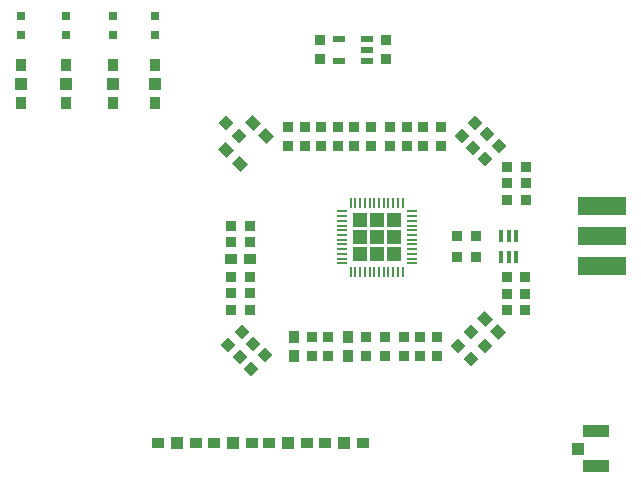
<source format=gtp>
G04 Layer_Color=8421504*
%FSLAX25Y25*%
%MOIN*%
G70*
G01*
G75*
%ADD10R,0.15984X0.05984*%
G04:AMPARAMS|DCode=11|XSize=35.43mil|YSize=37.4mil|CornerRadius=0mil|HoleSize=0mil|Usage=FLASHONLY|Rotation=315.000|XOffset=0mil|YOffset=0mil|HoleType=Round|Shape=Rectangle|*
%AMROTATEDRECTD11*
4,1,4,-0.02575,-0.00070,0.00070,0.02575,0.02575,0.00070,-0.00070,-0.02575,-0.02575,-0.00070,0.0*
%
%ADD11ROTATEDRECTD11*%

%ADD12R,0.03543X0.03740*%
%ADD13R,0.03740X0.03543*%
%ADD14R,0.00787X0.03543*%
%ADD16R,0.03543X0.00787*%
%ADD17R,0.08661X0.04134*%
%ADD18R,0.03937X0.03937*%
%ADD19R,0.03150X0.03150*%
%ADD20R,0.03937X0.03740*%
G04:AMPARAMS|DCode=21|XSize=37.4mil|YSize=39.37mil|CornerRadius=0mil|HoleSize=0mil|Usage=FLASHONLY|Rotation=225.000|XOffset=0mil|YOffset=0mil|HoleType=Round|Shape=Rectangle|*
%AMROTATEDRECTD21*
4,1,4,-0.00070,0.02714,0.02714,-0.00070,0.00070,-0.02714,-0.02714,0.00070,-0.00070,0.02714,0.0*
%
%ADD21ROTATEDRECTD21*%

%ADD22R,0.03740X0.03937*%
%ADD23R,0.03937X0.03937*%
%ADD24R,0.03937X0.03937*%
%ADD25R,0.01378X0.03937*%
%ADD26R,0.04331X0.02362*%
G04:AMPARAMS|DCode=27|XSize=35.43mil|YSize=37.4mil|CornerRadius=0mil|HoleSize=0mil|Usage=FLASHONLY|Rotation=45.000|XOffset=0mil|YOffset=0mil|HoleType=Round|Shape=Rectangle|*
%AMROTATEDRECTD27*
4,1,4,0.00070,-0.02575,-0.02575,0.00070,-0.00070,0.02575,0.02575,-0.00070,0.00070,-0.02575,0.0*
%
%ADD27ROTATEDRECTD27*%

%ADD52R,0.05118X0.05118*%
D10*
X301500Y109500D02*
D03*
Y99500D02*
D03*
Y119500D02*
D03*
D11*
X262460Y72933D02*
D03*
X258006Y68479D02*
D03*
X258006Y77387D02*
D03*
X253552Y72933D02*
D03*
X181449Y77442D02*
D03*
X176995Y72988D02*
D03*
X185338Y73553D02*
D03*
X180884Y69099D02*
D03*
X189227Y69664D02*
D03*
X184773Y65210D02*
D03*
X267113Y139435D02*
D03*
X262659Y134980D02*
D03*
X263224Y143324D02*
D03*
X258769Y138870D02*
D03*
X259335Y147213D02*
D03*
X254880Y142759D02*
D03*
D12*
X246489Y69561D02*
D03*
X246489Y75861D02*
D03*
X240989Y69561D02*
D03*
X240989Y75861D02*
D03*
X235489Y69561D02*
D03*
X235489Y75861D02*
D03*
X242000Y145650D02*
D03*
X242000Y139350D02*
D03*
X236500Y145650D02*
D03*
Y139350D02*
D03*
X231000Y145650D02*
D03*
Y139350D02*
D03*
X204848Y69591D02*
D03*
Y75890D02*
D03*
X210348Y69591D02*
D03*
Y75890D02*
D03*
X248000Y145650D02*
D03*
Y139350D02*
D03*
X207500Y174650D02*
D03*
Y168350D02*
D03*
X229500Y174650D02*
D03*
Y168350D02*
D03*
X197000Y145650D02*
D03*
Y139350D02*
D03*
X202500Y145650D02*
D03*
X202500Y139350D02*
D03*
X208000Y145650D02*
D03*
Y139350D02*
D03*
X213500Y145650D02*
D03*
X213500Y139350D02*
D03*
X219000Y145650D02*
D03*
Y139350D02*
D03*
X224500Y145650D02*
D03*
Y139350D02*
D03*
D13*
X229380Y75740D02*
D03*
X223081D02*
D03*
X223081Y69591D02*
D03*
X229380D02*
D03*
X276080Y95657D02*
D03*
X269781Y95657D02*
D03*
X276080Y90157D02*
D03*
X269781D02*
D03*
X276080Y84657D02*
D03*
X269781Y84657D02*
D03*
X276150Y132500D02*
D03*
X269850D02*
D03*
X276150Y127000D02*
D03*
X269850D02*
D03*
X276150Y121500D02*
D03*
X269850D02*
D03*
X259650Y109500D02*
D03*
X253350D02*
D03*
X259650Y102457D02*
D03*
X253350D02*
D03*
X177850Y95937D02*
D03*
X184150D02*
D03*
X177850Y90437D02*
D03*
X184150D02*
D03*
X177850Y84937D02*
D03*
X184150D02*
D03*
X177850Y107437D02*
D03*
X184150D02*
D03*
X177850Y112937D02*
D03*
X184150D02*
D03*
D14*
X217839Y97386D02*
D03*
X220988D02*
D03*
X224138D02*
D03*
X227287D02*
D03*
X230437D02*
D03*
X233587D02*
D03*
X235161D02*
D03*
X232012D02*
D03*
X228862D02*
D03*
X225713D02*
D03*
X222563D02*
D03*
X219413D02*
D03*
X233587Y120614D02*
D03*
X230437D02*
D03*
X227287D02*
D03*
X224138D02*
D03*
X220988D02*
D03*
X217839D02*
D03*
X219413D02*
D03*
X222563D02*
D03*
X225713D02*
D03*
X228862D02*
D03*
X232012D02*
D03*
X235161D02*
D03*
D16*
X238114Y101913D02*
D03*
Y105063D02*
D03*
Y108213D02*
D03*
Y111362D02*
D03*
Y114512D02*
D03*
Y117661D02*
D03*
Y116087D02*
D03*
Y112937D02*
D03*
Y109787D02*
D03*
Y106638D02*
D03*
Y103488D02*
D03*
Y100339D02*
D03*
X214886Y116087D02*
D03*
Y112937D02*
D03*
Y109787D02*
D03*
Y106638D02*
D03*
Y103488D02*
D03*
Y100339D02*
D03*
Y101913D02*
D03*
Y105063D02*
D03*
Y108213D02*
D03*
Y111362D02*
D03*
Y114512D02*
D03*
Y117661D02*
D03*
D17*
X299500Y32693D02*
D03*
Y44307D02*
D03*
D18*
X293595Y38500D02*
D03*
D19*
X152500Y182650D02*
D03*
Y176350D02*
D03*
X138500Y182650D02*
D03*
Y176350D02*
D03*
X123000Y182650D02*
D03*
Y176350D02*
D03*
X108000Y182650D02*
D03*
Y176350D02*
D03*
D20*
X177850Y101620D02*
D03*
X184150D02*
D03*
X209201Y40500D02*
D03*
X221799Y40500D02*
D03*
X172201Y40500D02*
D03*
X184799Y40500D02*
D03*
X190701Y40500D02*
D03*
X203299Y40500D02*
D03*
X153701Y40500D02*
D03*
X166299D02*
D03*
D21*
X176384Y138045D02*
D03*
X180838Y133591D02*
D03*
X262496Y81877D02*
D03*
X266950Y77423D02*
D03*
X185273Y147227D02*
D03*
X189727Y142773D02*
D03*
D22*
X216848Y75890D02*
D03*
Y69591D02*
D03*
X152500Y153701D02*
D03*
Y166299D02*
D03*
X138500Y153701D02*
D03*
X138500Y166299D02*
D03*
X123000Y153701D02*
D03*
X123000Y166299D02*
D03*
X108000Y153701D02*
D03*
X108000Y166299D02*
D03*
X198997Y75890D02*
D03*
Y69591D02*
D03*
D23*
X215500Y40500D02*
D03*
X178500D02*
D03*
X197000D02*
D03*
X160000D02*
D03*
D24*
X152500Y160000D02*
D03*
X138500D02*
D03*
X123000D02*
D03*
X108000D02*
D03*
D25*
X273059Y102457D02*
D03*
X270500D02*
D03*
X267941D02*
D03*
Y109543D02*
D03*
X270500D02*
D03*
X273059D02*
D03*
D26*
X223224Y167760D02*
D03*
X223224Y171500D02*
D03*
X223224Y175240D02*
D03*
X213776Y175240D02*
D03*
Y167760D02*
D03*
D27*
X176273Y147227D02*
D03*
X180727Y142773D02*
D03*
D52*
X226500Y109000D02*
D03*
X220791Y103291D02*
D03*
X232209D02*
D03*
X232209Y114709D02*
D03*
X220791Y114709D02*
D03*
X226500D02*
D03*
Y103291D02*
D03*
X220791Y109000D02*
D03*
X232209D02*
D03*
M02*

</source>
